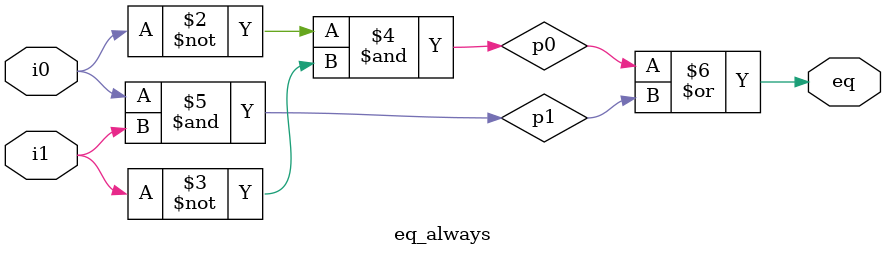
<source format=v>
module eq_always
(
	input wire i0, i1,
	output reg eq
);

reg p0, p1;

always @(i0, i1)
begin
	p0 = ~i0 & ~i1;
	p1 = i0 & i1;
	
	eq = p0|p1;
end
endmodule

</source>
